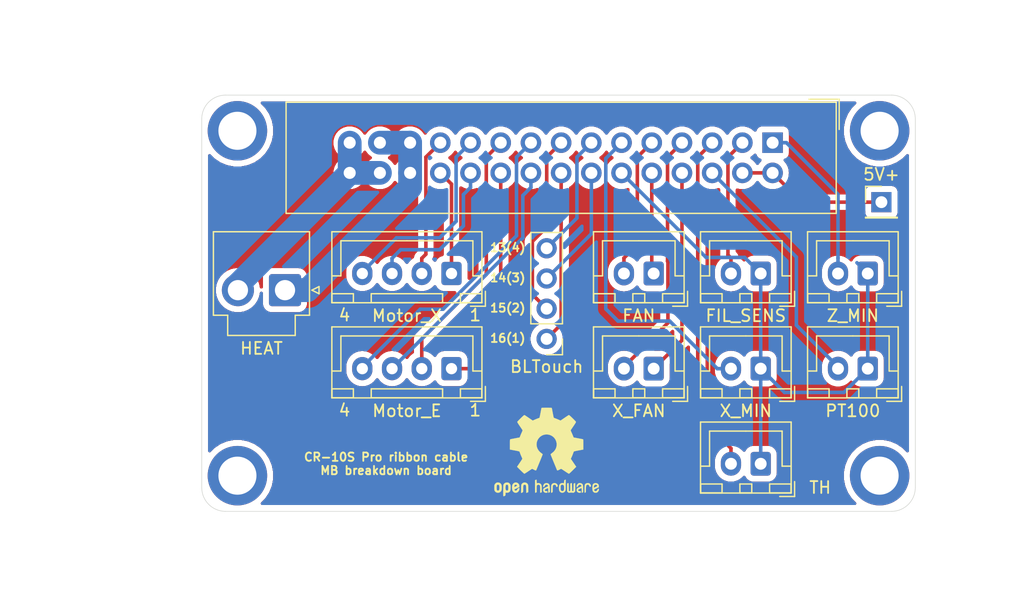
<source format=kicad_pcb>
(kicad_pcb (version 20171130) (host pcbnew "(5.1.4-0-10_14)")
  (layers (0 F.Cu signal) (31 B.Cu signal) (34 B.Paste user) (35 F.Paste user) (36 B.SilkS user) (37 F.SilkS user) (38 B.Mask user) (39 F.Mask user) (44 Edge.Cuts user))
  (net 0 "")
  (net 1 "Net-(5V+1-Pad1)")
  (net 2 "Net-(BLTouch1-Pad4)")
  (net 3 "Net-(BLTouch1-Pad3)")
  (net 4 "Net-(BLTouch1-Pad2)")
  (net 5 "Net-(BLTouch1-Pad1)")
  (net 6 "Net-(FAN1-Pad2)")
  (net 7 "Net-(FAN1-Pad1)")
  (net 8 "Net-(FIL_SENS1-Pad2)")
  (net 9 "Net-(FIL_SENS1-Pad1)")
  (net 10 /Heat+)
  (net 11 /HEAT_GND)
  (net 12 "Net-(Motor_E1-Pad4)")
  (net 13 "Net-(Motor_E1-Pad3)")
  (net 14 "Net-(Motor_E1-Pad2)")
  (net 15 "Net-(Motor_E1-Pad1)")
  (net 16 "Net-(Motor_X1-Pad4)")
  (net 17 "Net-(Motor_X1-Pad3)")
  (net 18 "Net-(Motor_X1-Pad2)")
  (net 19 "Net-(Motor_X1-Pad1)")
  (net 20 "Net-(PT1-Pad2)")
  (net 21 "Net-(Ribbon1-Pad11)")
  (net 22 "Net-(Ribbon1-Pad8)")
  (net 23 "Net-(Ribbon1-Pad7)")
  (net 24 "Net-(Ribbon1-Pad5)")
  (net 25 "Net-(Ribbon1-Pad1)")
  (module Symbol:OSHW-Logo2_9.8x8mm_SilkScreen (layer F.Cu) (at 135 100)
    (fp_text reference REF** hide)
    (fp_text value OSHW-Logo2_9.8x8mm_SilkScreen hide)
  )
  (module Connector_Pin:Pin_D1.0mm_L10.0mm (layer F.Cu) (at 163 73)
    (fp_text reference REF** hide)
    (fp_text value Pin_D1.0mm_L10.0mm)
    (pad "" thru_hole circle (at 0 0) (size 5 5) (drill 3.2) (layers *.Cu *.Mask))
  )
  (module Connector_Pin:Pin_D1.0mm_L10.0mm (layer F.Cu) (at 163 102)
    (fp_text reference REF** hide)
    (fp_text value Pin_D1.0mm_L10.0mm)
    (pad "" thru_hole circle (at 0 0) (size 5 5) (drill 3.2) (layers *.Cu *.Mask))
  )
  (module Connector_Pin:Pin_D1.0mm_L10.0mm (layer F.Cu) (at 109 102)
    (fp_text reference REF** hide)
    (fp_text value Pin_D1.0mm_L10.0mm)
    (pad "" thru_hole circle (at 0 0) (size 5 5) (drill 3.2) (layers *.Cu *.Mask))
  )
  (module Connector_Pin:Pin_D1.0mm_L10.0mm (layer F.Cu) (at 109 73)
    (fp_text reference REF** hide)
    (fp_text value Pin_D1.0mm_L10.0mm)
    (pad "" thru_hole circle (at 0 0) (size 5 5) (drill 3.2) (layers *.Cu *.Mask))
  )
  (module Connector_PinHeader_2.54mm:PinHeader_1x01_P2.54mm_Vertical (layer F.Cu) (at 163.15 79)
    (fp_text reference 5V+ (at 0 -2.33) (layer F.SilkS))
    (fp_text value Conn_01x01)
    (pad 1 thru_hole rect (at 0 0) (size 1.7 1.7) (drill 1) (layers *.Cu *.Mask) (net 1 "Net-(5V+1-Pad1)"))
  )
  (module Connector_JST:JST_XH_B2B-XH-A_1x02_P2.50mm_Vertical (layer F.Cu) (at 162 85 180)
    (fp_text reference Z_MIN (at 1.25 -3.55) (layer F.SilkS))
    (fp_text value Z_MIN)
    (pad 2 thru_hole oval (at 2.5 0 180) (size 1.7 2) (drill 1) (layers *.Cu *.Mask) (net 25 "Net-(Ribbon1-Pad1)"))
    (pad 1 thru_hole roundrect (at 0 0 180) (size 1.7 2) (drill 1) (layers *.Cu *.Mask) (roundrect_rratio 0.147059) (net 9 "Net-(FIL_SENS1-Pad1)"))
  )
  (module Connector_JST:JST_XH_B2B-XH-A_1x02_P2.50mm_Vertical (layer F.Cu) (at 153 93 180)
    (fp_text reference X_MIN (at 1.25 -3.55) (layer F.SilkS))
    (fp_text value Conn_01x02)
    (pad 2 thru_hole oval (at 2.5 0 180) (size 1.7 2) (drill 1) (layers *.Cu *.Mask) (net 21 "Net-(Ribbon1-Pad11)"))
    (pad 1 thru_hole roundrect (at 0 0 180) (size 1.7 2) (drill 1) (layers *.Cu *.Mask) (roundrect_rratio 0.147059) (net 9 "Net-(FIL_SENS1-Pad1)"))
  )
  (module Connector_JST:JST_XH_B2B-XH-A_1x02_P2.50mm_Vertical (layer F.Cu) (at 144 93 180)
    (fp_text reference X_FAN (at 1.25 -3.55) (layer F.SilkS))
    (fp_text value Conn_01x02)
    (pad 2 thru_hole oval (at 2.5 0 180) (size 1.7 2) (drill 1) (layers *.Cu *.Mask) (net 23 "Net-(Ribbon1-Pad7)"))
    (pad 1 thru_hole roundrect (at 0 0 180) (size 1.7 2) (drill 1) (layers *.Cu *.Mask) (roundrect_rratio 0.147059) (net 22 "Net-(Ribbon1-Pad8)"))
  )
  (module Connector_JST:JST_XH_B2B-XH-A_1x02_P2.50mm_Vertical (layer F.Cu) (at 153 101 180)
    (fp_text reference TH (at -5 -2) (layer F.SilkS))
    (fp_text value TH+)
    (pad 2 thru_hole oval (at 2.5 0 180) (size 1.7 2) (drill 1) (layers *.Cu *.Mask) (net 24 "Net-(Ribbon1-Pad5)"))
    (pad 1 thru_hole roundrect (at 0 0 180) (size 1.7 2) (drill 1) (layers *.Cu *.Mask) (roundrect_rratio 0.147059) (net 9 "Net-(FIL_SENS1-Pad1)"))
  )
  (module Connector_IDC:IDC-Header_2x15_P2.54mm_Vertical (layer F.Cu) (at 154 74 270)
    (fp_text reference Ribbon1 hide)
    (fp_text value Ribbon30)
    (pad 30 thru_hole oval (at 2.54 35.56 270) (size 1.7272 1.7272) (drill 1.016) (layers *.Cu *.Mask) (net 10 /Heat+))
    (pad 29 thru_hole oval (at 0 35.56 270) (size 1.7272 1.7272) (drill 1.016) (layers *.Cu *.Mask) (net 10 /Heat+))
    (pad 28 thru_hole oval (at 2.54 33.02 270) (size 1.7272 1.7272) (drill 1.016) (layers *.Cu *.Mask) (net 10 /Heat+))
    (pad 27 thru_hole oval (at 0 33.02 270) (size 1.7272 1.7272) (drill 1.016) (layers *.Cu *.Mask) (net 11 /HEAT_GND))
    (pad 26 thru_hole oval (at 2.54 30.48 270) (size 1.7272 1.7272) (drill 1.016) (layers *.Cu *.Mask) (net 11 /HEAT_GND))
    (pad 25 thru_hole oval (at 0 30.48 270) (size 1.7272 1.7272) (drill 1.016) (layers *.Cu *.Mask) (net 11 /HEAT_GND))
    (pad 24 thru_hole oval (at 2.54 27.94 270) (size 1.7272 1.7272) (drill 1.016) (layers *.Cu *.Mask) (net 19 "Net-(Motor_X1-Pad1)"))
    (pad 23 thru_hole oval (at 0 27.94 270) (size 1.7272 1.7272) (drill 1.016) (layers *.Cu *.Mask) (net 18 "Net-(Motor_X1-Pad2)"))
    (pad 22 thru_hole oval (at 2.54 25.4 270) (size 1.7272 1.7272) (drill 1.016) (layers *.Cu *.Mask) (net 17 "Net-(Motor_X1-Pad3)"))
    (pad 21 thru_hole oval (at 0 25.4 270) (size 1.7272 1.7272) (drill 1.016) (layers *.Cu *.Mask) (net 16 "Net-(Motor_X1-Pad4)"))
    (pad 20 thru_hole oval (at 2.54 22.86 270) (size 1.7272 1.7272) (drill 1.016) (layers *.Cu *.Mask) (net 15 "Net-(Motor_E1-Pad1)"))
    (pad 19 thru_hole oval (at 0 22.86 270) (size 1.7272 1.7272) (drill 1.016) (layers *.Cu *.Mask) (net 14 "Net-(Motor_E1-Pad2)"))
    (pad 18 thru_hole oval (at 2.54 20.32 270) (size 1.7272 1.7272) (drill 1.016) (layers *.Cu *.Mask) (net 13 "Net-(Motor_E1-Pad3)"))
    (pad 17 thru_hole oval (at 0 20.32 270) (size 1.7272 1.7272) (drill 1.016) (layers *.Cu *.Mask) (net 12 "Net-(Motor_E1-Pad4)"))
    (pad 16 thru_hole oval (at 2.54 17.78 270) (size 1.7272 1.7272) (drill 1.016) (layers *.Cu *.Mask) (net 5 "Net-(BLTouch1-Pad1)"))
    (pad 15 thru_hole oval (at 0 17.78 270) (size 1.7272 1.7272) (drill 1.016) (layers *.Cu *.Mask) (net 4 "Net-(BLTouch1-Pad2)"))
    (pad 14 thru_hole oval (at 2.54 15.24 270) (size 1.7272 1.7272) (drill 1.016) (layers *.Cu *.Mask) (net 3 "Net-(BLTouch1-Pad3)"))
    (pad 13 thru_hole oval (at 0 15.24 270) (size 1.7272 1.7272) (drill 1.016) (layers *.Cu *.Mask) (net 2 "Net-(BLTouch1-Pad4)"))
    (pad 12 thru_hole oval (at 2.54 12.7 270) (size 1.7272 1.7272) (drill 1.016) (layers *.Cu *.Mask) (net 9 "Net-(FIL_SENS1-Pad1)"))
    (pad 11 thru_hole oval (at 0 12.7 270) (size 1.7272 1.7272) (drill 1.016) (layers *.Cu *.Mask) (net 21 "Net-(Ribbon1-Pad11)"))
    (pad 10 thru_hole oval (at 2.54 10.16 270) (size 1.7272 1.7272) (drill 1.016) (layers *.Cu *.Mask) (net 7 "Net-(FAN1-Pad1)"))
    (pad 9 thru_hole oval (at 0 10.16 270) (size 1.7272 1.7272) (drill 1.016) (layers *.Cu *.Mask) (net 6 "Net-(FAN1-Pad2)"))
    (pad 8 thru_hole oval (at 2.54 7.62 270) (size 1.7272 1.7272) (drill 1.016) (layers *.Cu *.Mask) (net 22 "Net-(Ribbon1-Pad8)"))
    (pad 7 thru_hole oval (at 0 7.62 270) (size 1.7272 1.7272) (drill 1.016) (layers *.Cu *.Mask) (net 23 "Net-(Ribbon1-Pad7)"))
    (pad 6 thru_hole oval (at 2.54 5.08 270) (size 1.7272 1.7272) (drill 1.016) (layers *.Cu *.Mask) (net 20 "Net-(PT1-Pad2)"))
    (pad 5 thru_hole oval (at 0 5.08 270) (size 1.7272 1.7272) (drill 1.016) (layers *.Cu *.Mask) (net 24 "Net-(Ribbon1-Pad5)"))
    (pad 4 thru_hole oval (at 2.54 2.54 270) (size 1.7272 1.7272) (drill 1.016) (layers *.Cu *.Mask) (net 1 "Net-(5V+1-Pad1)"))
    (pad 3 thru_hole oval (at 0 2.54 270) (size 1.7272 1.7272) (drill 1.016) (layers *.Cu *.Mask) (net 8 "Net-(FIL_SENS1-Pad2)"))
    (pad 2 thru_hole oval (at 2.54 0 270) (size 1.7272 1.7272) (drill 1.016) (layers *.Cu *.Mask) (net 1 "Net-(5V+1-Pad1)"))
    (pad 1 thru_hole rect (at 0 0 270) (size 1.7272 1.7272) (drill 1.016) (layers *.Cu *.Mask) (net 25 "Net-(Ribbon1-Pad1)"))
  )
  (module Connector_JST:JST_XH_B2B-XH-A_1x02_P2.50mm_Vertical (layer F.Cu) (at 162 93 180)
    (fp_text reference PT100 (at 1.25 -3.55) (layer F.SilkS))
    (fp_text value PT100)
    (pad 2 thru_hole oval (at 2.5 0 180) (size 1.7 2) (drill 1) (layers *.Cu *.Mask) (net 20 "Net-(PT1-Pad2)"))
    (pad 1 thru_hole roundrect (at 0 0 180) (size 1.7 2) (drill 1) (layers *.Cu *.Mask) (roundrect_rratio 0.147059) (net 9 "Net-(FIL_SENS1-Pad1)"))
  )
  (module Connector_JST:JST_XH_B4B-XH-A_1x04_P2.50mm_Vertical (layer F.Cu) (at 127 85 180)
    (fp_text reference Motor_X (at 3.75 -3.55) (layer F.SilkS))
    (fp_text value Conn_01x04)
    (pad 4 thru_hole oval (at 7.5 0 180) (size 1.7 1.95) (drill 0.95) (layers *.Cu *.Mask) (net 16 "Net-(Motor_X1-Pad4)"))
    (pad 3 thru_hole oval (at 5 0 180) (size 1.7 1.95) (drill 0.95) (layers *.Cu *.Mask) (net 17 "Net-(Motor_X1-Pad3)"))
    (pad 2 thru_hole oval (at 2.5 0 180) (size 1.7 1.95) (drill 0.95) (layers *.Cu *.Mask) (net 18 "Net-(Motor_X1-Pad2)"))
    (pad 1 thru_hole roundrect (at 0 0 180) (size 1.7 1.95) (drill 0.95) (layers *.Cu *.Mask) (roundrect_rratio 0.147059) (net 19 "Net-(Motor_X1-Pad1)"))
  )
  (module Connector_JST:JST_XH_B4B-XH-A_1x04_P2.50mm_Vertical (layer F.Cu) (at 127 93 180)
    (fp_text reference Motor_E (at 3.75 -3.55) (layer F.SilkS))
    (fp_text value Conn_01x04)
    (pad 4 thru_hole oval (at 7.5 0 180) (size 1.7 1.95) (drill 0.95) (layers *.Cu *.Mask) (net 12 "Net-(Motor_E1-Pad4)"))
    (pad 3 thru_hole oval (at 5 0 180) (size 1.7 1.95) (drill 0.95) (layers *.Cu *.Mask) (net 13 "Net-(Motor_E1-Pad3)"))
    (pad 2 thru_hole oval (at 2.5 0 180) (size 1.7 1.95) (drill 0.95) (layers *.Cu *.Mask) (net 14 "Net-(Motor_E1-Pad2)"))
    (pad 1 thru_hole roundrect (at 0 0 180) (size 1.7 1.95) (drill 0.95) (layers *.Cu *.Mask) (roundrect_rratio 0.147059) (net 15 "Net-(Motor_E1-Pad1)"))
  )
  (module Connector_JST:JST_VH_B2P-VH-B_1x02_P3.96mm_Vertical (layer F.Cu) (at 113 86.4 180)
    (fp_text reference HEAT (at 1.98 -4.9) (layer F.SilkS))
    (fp_text value Conn_01x02)
    (pad 2 thru_hole circle (at 3.96 0 180) (size 2.7 2.7) (drill 1.7) (layers *.Cu *.Mask) (net 10 /Heat+))
    (pad 1 thru_hole roundrect (at 0 0 180) (size 2.7 2.7) (drill 1.7) (layers *.Cu *.Mask) (roundrect_rratio 0.09259299999999999) (net 11 /HEAT_GND))
  )
  (module Connector_JST:JST_XH_B2B-XH-A_1x02_P2.50mm_Vertical (layer F.Cu) (at 153 85 180)
    (fp_text reference FIL_SENS (at 1.25 -3.55) (layer F.SilkS))
    (fp_text value FIL_SENS)
    (pad 2 thru_hole oval (at 2.5 0 180) (size 1.7 2) (drill 1) (layers *.Cu *.Mask) (net 8 "Net-(FIL_SENS1-Pad2)"))
    (pad 1 thru_hole roundrect (at 0 0 180) (size 1.7 2) (drill 1) (layers *.Cu *.Mask) (roundrect_rratio 0.147059) (net 9 "Net-(FIL_SENS1-Pad1)"))
  )
  (module Connector_JST:JST_XH_B2B-XH-A_1x02_P2.50mm_Vertical (layer F.Cu) (at 144 85 180)
    (fp_text reference FAN (at 1.25 -3.55) (layer F.SilkS))
    (fp_text value Conn_01x02)
    (pad 2 thru_hole oval (at 2.5 0 180) (size 1.7 2) (drill 1) (layers *.Cu *.Mask) (net 6 "Net-(FAN1-Pad2)"))
    (pad 1 thru_hole roundrect (at 0 0 180) (size 1.7 2) (drill 1) (layers *.Cu *.Mask) (roundrect_rratio 0.147059) (net 7 "Net-(FAN1-Pad1)"))
  )
  (module Connector_PinHeader_2.54mm:PinHeader_1x04_P2.54mm_Vertical (layer F.Cu) (at 135 90.5 180)
    (fp_text reference BLTouch (at 0 -2.33) (layer F.SilkS))
    (fp_text value Conn_01x04)
    (pad 4 thru_hole oval (at 0 7.62 180) (size 1.7 1.7) (drill 1) (layers *.Cu *.Mask) (net 2 "Net-(BLTouch1-Pad4)"))
    (pad 3 thru_hole oval (at 0 5.08 180) (size 1.7 1.7) (drill 1) (layers *.Cu *.Mask) (net 3 "Net-(BLTouch1-Pad3)"))
    (pad 2 thru_hole oval (at 0 2.54 180) (size 1.7 1.7) (drill 1) (layers *.Cu *.Mask) (net 4 "Net-(BLTouch1-Pad2)"))
    (pad 1 thru_hole circle (at 0 0 180) (size 1.7 1.7) (drill 1) (layers *.Cu *.Mask) (net 5 "Net-(BLTouch1-Pad1)"))
  )
  (gr_text "CR-10S Pro ribbon cable\nMB breakdown board" (at 121.5 101) (layer F.SilkS) (effects (font (size 0.7 0.7))))
  (gr_text 1 (at 129 88.5) (layer F.SilkS) (effects (font (size 1 1))))
  (gr_text 4 (at 118 88.5) (layer F.SilkS) (effects (font (size 1 1))))
  (gr_text 4 (at 118 96.5) (layer F.SilkS) (effects (font (size 1 1))))
  (gr_text 1 (at 129 96.5) (layer F.SilkS) (effects (font (size 1 1))))
  (gr_text "16(1) " (at 132 90.4415) (layer F.SilkS) (effects (font (size 0.7 0.7))))
  (gr_text "15(2) " (at 132 87.9015) (layer F.SilkS) (effects (font (size 0.7 0.7))))
  (gr_text "14(3) " (at 132 85.3615) (layer F.SilkS) (effects (font (size 0.7 0.7))))
  (gr_text "13(4) " (at 132 82.8215) (layer F.SilkS) (effects (font (size 0.7 0.7))))
  (gr_arc (start 108 103) (end 106 103) (angle -90) (layer Edge.Cuts) (width 0.05))
  (gr_arc (start 164 103) (end 164 105) (angle -90) (layer Edge.Cuts) (width 0.05))
  (gr_arc (start 164 72) (end 166 72) (angle -90) (layer Edge.Cuts) (width 0.05))
  (gr_arc (start 108 72) (end 108 70) (angle -90) (layer Edge.Cuts) (width 0.05))
  (gr_line (start 106 103) (end 106 72) (layer Edge.Cuts) (width 0.05))
  (gr_line (start 164 105) (end 108 105) (layer Edge.Cuts) (width 0.05))
  (gr_line (start 166 72) (end 166 103) (layer Edge.Cuts) (width 0.05))
  (gr_line (start 108 70) (end 164 70) (layer Edge.Cuts) (width 0.05))
  (segment (start 156.46 79) (end 154 76.54) (width 0.3) (layer F.Cu) (net 1))
  (segment (start 163.15 79) (end 156.46 79) (width 0.3) (layer F.Cu) (net 1))
  (segment (start 154 76.54) (end 151.46 76.54) (width 0.3) (layer F.Cu) (net 1))
  (segment (start 135.849999 82.030001) (end 135 82.88) (width 0.3) (layer B.Cu) (net 2))
  (segment (start 137.546399 80.333601) (end 135.849999 82.030001) (width 0.3) (layer B.Cu) (net 2))
  (segment (start 137.546399 75.213601) (end 137.546399 80.333601) (width 0.3) (layer B.Cu) (net 2))
  (segment (start 138.76 74) (end 137.546399 75.213601) (width 0.3) (layer B.Cu) (net 2))
  (segment (start 138.76 81.66) (end 135 85.42) (width 0.3) (layer B.Cu) (net 3))
  (segment (start 138.76 76.54) (end 138.76 81.66) (width 0.3) (layer B.Cu) (net 3))
  (segment (start 133.799999 82.303999) (end 133.799999 86.759999) (width 0.3) (layer F.Cu) (net 4))
  (segment (start 135.006399 81.097599) (end 133.799999 82.303999) (width 0.3) (layer F.Cu) (net 4))
  (segment (start 134.150001 87.110001) (end 135 87.96) (width 0.3) (layer F.Cu) (net 4))
  (segment (start 135.006399 75.213601) (end 135.006399 81.097599) (width 0.3) (layer F.Cu) (net 4))
  (segment (start 133.799999 86.759999) (end 134.150001 87.110001) (width 0.3) (layer F.Cu) (net 4))
  (segment (start 136.22 74) (end 135.006399 75.213601) (width 0.3) (layer F.Cu) (net 4))
  (segment (start 136.22 89.28) (end 135 90.5) (width 0.3) (layer F.Cu) (net 5))
  (segment (start 136.22 76.54) (end 136.22 89.28) (width 0.3) (layer F.Cu) (net 5))
  (segment (start 141.5 83.7) (end 141.5 85) (width 0.3) (layer F.Cu) (net 6))
  (segment (start 142.626399 82.573601) (end 141.5 83.7) (width 0.3) (layer F.Cu) (net 6))
  (segment (start 142.626399 75.213601) (end 142.626399 82.573601) (width 0.3) (layer F.Cu) (net 6))
  (segment (start 143.84 74) (end 142.626399 75.213601) (width 0.3) (layer F.Cu) (net 6))
  (segment (start 143.84 84.84) (end 144 85) (width 0.3) (layer F.Cu) (net 7))
  (segment (start 143.84 76.54) (end 143.84 84.84) (width 0.3) (layer F.Cu) (net 7))
  (segment (start 150.5 83.7) (end 150.5 85) (width 0.3) (layer F.Cu) (net 8))
  (segment (start 150.246399 83.446399) (end 150.5 83.7) (width 0.3) (layer F.Cu) (net 8))
  (segment (start 150.246399 75.213601) (end 150.246399 83.446399) (width 0.3) (layer F.Cu) (net 8))
  (segment (start 151.46 74) (end 150.246399 75.213601) (width 0.3) (layer F.Cu) (net 8))
  (segment (start 151.64999 83.64999) (end 152.094447 84.094447) (width 0.3) (layer B.Cu) (net 9))
  (segment (start 148.40999 83.64999) (end 151.64999 83.64999) (width 0.3) (layer B.Cu) (net 9))
  (segment (start 152.094447 84.094447) (end 153 85) (width 0.3) (layer B.Cu) (net 9))
  (segment (start 141.3 76.54) (end 148.40999 83.64999) (width 0.3) (layer B.Cu) (net 9))
  (segment (start 161.094447 84.094447) (end 162 85) (width 0.3) (layer B.Cu) (net 9))
  (segment (start 162 85) (end 162 93) (width 0.3) (layer B.Cu) (net 9))
  (segment (start 153.905553 93.905553) (end 153 93) (width 0.3) (layer B.Cu) (net 9))
  (segment (start 155 95) (end 153.905553 93.905553) (width 0.3) (layer B.Cu) (net 9))
  (segment (start 160 95) (end 155 95) (width 0.3) (layer B.Cu) (net 9))
  (segment (start 162 93) (end 160 95) (width 0.3) (layer B.Cu) (net 9))
  (segment (start 153 93) (end 153 101) (width 0.3) (layer B.Cu) (net 9))
  (segment (start 153 85) (end 153 93) (width 0.3) (layer B.Cu) (net 9))
  (segment (start 120.98 76.54) (end 118.44 76.54) (width 2) (layer B.Cu) (net 10))
  (segment (start 118.44 74) (end 118.44 76.54) (width 2) (layer B.Cu) (net 10))
  (segment (start 109.04 85.94) (end 109.04 86.4) (width 2) (layer B.Cu) (net 10))
  (segment (start 118.44 76.54) (end 109.04 85.94) (width 2) (layer B.Cu) (net 10))
  (segment (start 120.98 74) (end 123.52 74) (width 2) (layer B.Cu) (net 11))
  (segment (start 123.52 74) (end 123.52 76.54) (width 2) (layer B.Cu) (net 11))
  (segment (start 114.881314 86.4) (end 114.45 86.4) (width 2) (layer B.Cu) (net 11))
  (segment (start 114.45 86.4) (end 113 86.4) (width 2) (layer B.Cu) (net 11))
  (segment (start 123.52 77.761314) (end 114.881314 86.4) (width 2) (layer B.Cu) (net 11))
  (segment (start 123.52 76.54) (end 123.52 77.761314) (width 2) (layer B.Cu) (net 11))
  (segment (start 133.68 74) (end 132.466399 75.213601) (width 0.3) (layer B.Cu) (net 12))
  (segment (start 132.466399 81.826479) (end 126.292878 88) (width 0.3) (layer B.Cu) (net 12))
  (segment (start 126.292878 88) (end 124.375 88) (width 0.3) (layer B.Cu) (net 12))
  (segment (start 132.466399 75.213601) (end 132.466399 81.826479) (width 0.3) (layer B.Cu) (net 12))
  (segment (start 124.375 88) (end 119.5 92.875) (width 0.3) (layer B.Cu) (net 12))
  (segment (start 119.5 92.875) (end 119.5 93) (width 0.3) (layer B.Cu) (net 12))
  (segment (start 133.68 77.761314) (end 133 78.441314) (width 0.3) (layer B.Cu) (net 13))
  (segment (start 133.68 76.54) (end 133.68 77.761314) (width 0.3) (layer B.Cu) (net 13))
  (segment (start 133 78.441314) (end 133 82) (width 0.3) (layer B.Cu) (net 13))
  (segment (start 133 82) (end 122 93) (width 0.3) (layer B.Cu) (net 13))
  (segment (start 129.926399 75.213601) (end 129.926399 85.073601) (width 0.3) (layer F.Cu) (net 14))
  (segment (start 131.14 74) (end 129.926399 75.213601) (width 0.3) (layer F.Cu) (net 14))
  (segment (start 124.5 90.5) (end 124.5 93) (width 0.3) (layer F.Cu) (net 14))
  (segment (start 129.926399 85.073601) (end 124.5 90.5) (width 0.3) (layer F.Cu) (net 14))
  (segment (start 131.14 76.54) (end 131.14 90.86) (width 0.3) (layer F.Cu) (net 15))
  (segment (start 131.14 90.86) (end 129 93) (width 0.3) (layer F.Cu) (net 15))
  (segment (start 129 93) (end 127 93) (width 0.3) (layer F.Cu) (net 15))
  (segment (start 127.386399 75.213601) (end 127.386399 80.613601) (width 0.3) (layer B.Cu) (net 16))
  (segment (start 128.6 74) (end 127.386399 75.213601) (width 0.3) (layer B.Cu) (net 16))
  (segment (start 127.386399 80.613601) (end 126 82) (width 0.3) (layer B.Cu) (net 16))
  (segment (start 119.5 84.875) (end 119.5 85) (width 0.3) (layer B.Cu) (net 16))
  (segment (start 122.375 82) (end 119.5 84.875) (width 0.3) (layer B.Cu) (net 16))
  (segment (start 126 82) (end 122.375 82) (width 0.3) (layer B.Cu) (net 16))
  (segment (start 122 83.725) (end 122 85) (width 0.3) (layer B.Cu) (net 17))
  (segment (start 122.725 83) (end 122 83.725) (width 0.3) (layer B.Cu) (net 17))
  (segment (start 126 83) (end 122.725 83) (width 0.3) (layer B.Cu) (net 17))
  (segment (start 128 81) (end 126 83) (width 0.3) (layer B.Cu) (net 17))
  (segment (start 128.6 77.761314) (end 128 78.361314) (width 0.3) (layer B.Cu) (net 17))
  (segment (start 128 78.361314) (end 128 81) (width 0.3) (layer B.Cu) (net 17))
  (segment (start 128.6 76.54) (end 128.6 77.761314) (width 0.3) (layer B.Cu) (net 17))
  (segment (start 126.06 74) (end 124.846399 75.213601) (width 0.3) (layer F.Cu) (net 18))
  (segment (start 124.5 83.725) (end 124.5 85) (width 0.3) (layer F.Cu) (net 18))
  (segment (start 124.846399 83.378601) (end 124.5 83.725) (width 0.3) (layer F.Cu) (net 18))
  (segment (start 124.846399 75.213601) (end 124.846399 83.378601) (width 0.3) (layer F.Cu) (net 18))
  (segment (start 126.06 76.54) (end 126.54 76.54) (width 0.3) (layer F.Cu) (net 19))
  (segment (start 126.06 76.54) (end 127 77.48) (width 0.3) (layer F.Cu) (net 19))
  (segment (start 127 77.48) (end 127 85) (width 0.3) (layer F.Cu) (net 19))
  (segment (start 159.5 92.85) (end 159.5 93) (width 0.3) (layer B.Cu) (net 20))
  (segment (start 156 89.35) (end 159.5 92.85) (width 0.3) (layer B.Cu) (net 20))
  (segment (start 156 83.62) (end 156 89.35) (width 0.3) (layer B.Cu) (net 20))
  (segment (start 148.92 76.54) (end 156 83.62) (width 0.3) (layer B.Cu) (net 20))
  (segment (start 139.973601 75.326399) (end 139.973601 87.973601) (width 0.3) (layer B.Cu) (net 21))
  (segment (start 141.3 74) (end 139.973601 75.326399) (width 0.3) (layer B.Cu) (net 21))
  (segment (start 139.973601 87.973601) (end 141 89) (width 0.3) (layer B.Cu) (net 21))
  (segment (start 149.35 93) (end 150.5 93) (width 0.3) (layer B.Cu) (net 21))
  (segment (start 145.35 89) (end 149.35 93) (width 0.3) (layer B.Cu) (net 21))
  (segment (start 141 89) (end 145.35 89) (width 0.3) (layer B.Cu) (net 21))
  (segment (start 146.38 90.62) (end 144 93) (width 0.3) (layer F.Cu) (net 22))
  (segment (start 146.38 76.54) (end 146.38 90.62) (width 0.3) (layer F.Cu) (net 22))
  (segment (start 145.20001 84.001464) (end 145.20001 89.14999) (width 0.3) (layer F.Cu) (net 23))
  (segment (start 141.5 92.85) (end 141.5 93) (width 0.3) (layer F.Cu) (net 23))
  (segment (start 145.166399 83.967853) (end 145.20001 84.001464) (width 0.3) (layer F.Cu) (net 23))
  (segment (start 145.166399 75.213601) (end 145.166399 83.967853) (width 0.3) (layer F.Cu) (net 23))
  (segment (start 145.20001 89.14999) (end 141.5 92.85) (width 0.3) (layer F.Cu) (net 23))
  (segment (start 146.38 74) (end 145.166399 75.213601) (width 0.3) (layer F.Cu) (net 23))
  (segment (start 147.706399 96.906399) (end 150.5 99.7) (width 0.3) (layer F.Cu) (net 24))
  (segment (start 150.5 99.7) (end 150.5 101) (width 0.3) (layer F.Cu) (net 24))
  (segment (start 147.706399 75.213601) (end 147.706399 96.906399) (width 0.3) (layer F.Cu) (net 24))
  (segment (start 148.92 74) (end 147.706399 75.213601) (width 0.3) (layer F.Cu) (net 24))
  (segment (start 159.5 83.7) (end 159.5 85) (width 0.3) (layer B.Cu) (net 25))
  (segment (start 155.1636 74) (end 159.5 78.3364) (width 0.3) (layer B.Cu) (net 25))
  (segment (start 159.5 78.3364) (end 159.5 83.7) (width 0.3) (layer B.Cu) (net 25))
  (segment (start 154 74) (end 155.1636 74) (width 0.3) (layer B.Cu) (net 25))
  (zone (net 0) (net_name "") (layer F.Cu) (connect_pads (clearance 0.508)) (min_thickness 0.254) (fill yes (arc_segments 32) (thermal_gap 0.508) (thermal_bridge_width 0.508))
    (polygon (pts (xy 106 103) (xy 106 72) (xy 106 70) (xy 166 70) (xy 166 105) (xy 106 105)))
  )
  (zone (net 0) (net_name "") (layer B.Cu) (connect_pads (clearance 0.508)) (min_thickness 0.254) (fill yes (arc_segments 32) (thermal_gap 0.508) (thermal_bridge_width 0.508))
    (polygon (pts (xy 106 70) (xy 166 70) (xy 166 105) (xy 106 105)))
  )
  (zone (net 0) (net_name "") (layer F.Cu) (connect_pads (clearance 0.508)) (min_thickness 0.254) (fill yes (arc_segments 32) (thermal_gap 0.508) (thermal_bridge_width 0.508))
    (polygon (pts (xy 106 70) (xy 166 70) (xy 166 105) (xy 106 105)))
  )
  (zone (net 0) (net_name "") (layer F.Cu) (connect_pads (clearance 0.508)) (min_thickness 0.254) (fill yes (arc_segments 32) (thermal_gap 0.508) (thermal_bridge_width 0.508))
    (polygon (pts (xy 106 70) (xy 166 70) (xy 166 105) (xy 106 105)))
  )
  (zone (net 0) (net_name "") (layer B.Cu) (connect_pads (clearance 0.508)) (min_thickness 0.254) (fill yes (arc_segments 32) (thermal_gap 0.508) (thermal_bridge_width 0.508))
    (polygon (pts (xy 106 70) (xy 106 105) (xy 166 105) (xy 166 70)))
  )
)
</source>
